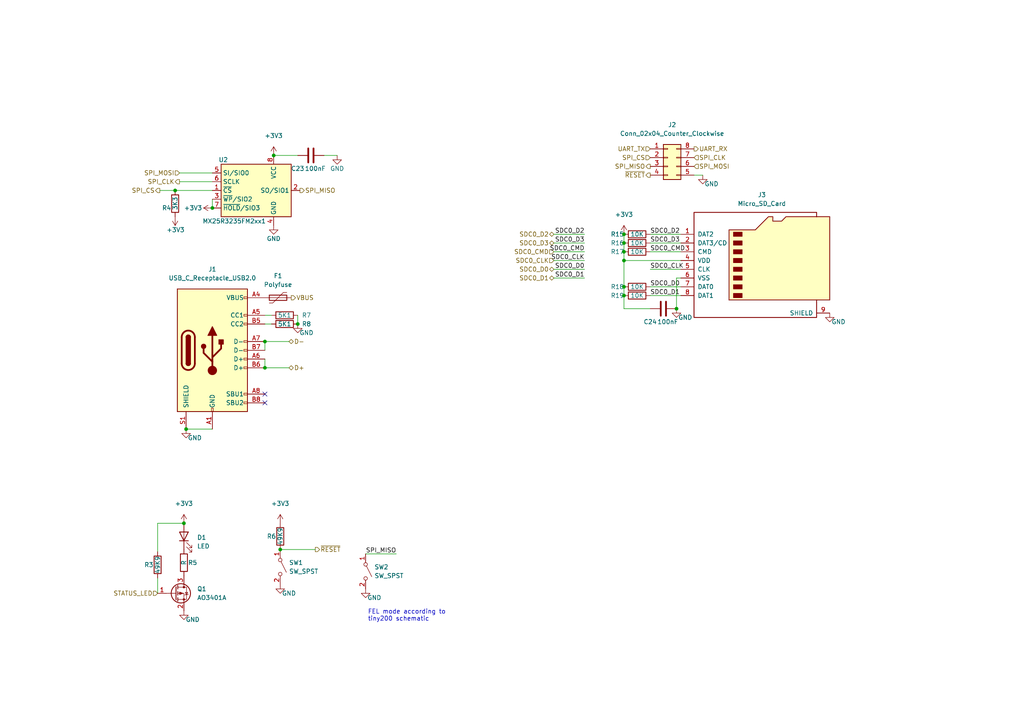
<source format=kicad_sch>
(kicad_sch (version 20211123) (generator eeschema)
  (paper "A4")
  (lib_symbols
    (symbol "Connector:Micro_SD_Card" (pin_names (offset 1.016))
      (property "Reference" "J" (at -16.51 15.24 0))
      (property "Value" "Micro_SD_Card" (at 16.51 15.24 0))
      (symbol "Micro_SD_Card_0_1"
        (rectangle (start -7.62 -9.525) (end -5.08 -10.795) (fill (type outline)))
        (rectangle (start -7.62 -6.985) (end -5.08 -8.255) (fill (type outline)))
        (rectangle (start -7.62 -4.445) (end -5.08 -5.715) (fill (type outline)))
        (rectangle (start -7.62 -1.905) (end -5.08 -3.175) (fill (type outline)))
        (rectangle (start -7.62 0.635) (end -5.08 -0.635) (fill (type outline)))
        (rectangle (start -7.62 3.175) (end -5.08 1.905) (fill (type outline)))
        (rectangle (start -7.62 5.715) (end -5.08 4.445) (fill (type outline)))
        (rectangle (start -7.62 8.255) (end -5.08 6.985) (fill (type outline)))
        (polyline (pts (xy 16.51 12.7) (xy 16.51 13.97) (xy -19.05 13.97) (xy -19.05 -16.51) (xy 16.51 -16.51) (xy 16.51 -11.43)) (stroke (width 0.254)))
        (polyline (pts (xy -8.89 -11.43) (xy -8.89 8.89) (xy -1.27 8.89) (xy 2.54 12.7) (xy 3.81 12.7) (xy 3.81 11.43) (xy 6.35 11.43) (xy 7.62 12.7) (xy 20.32 12.7) (xy 20.32 -11.43) (xy -8.89 -11.43)) (stroke (width 0.254)) (fill (type background)))
      )
      (symbol "Micro_SD_Card_1_1"
        (pin bidirectional line (at -22.86 7.62 0) (length 3.81) (name "DAT2") (number "1"))
        (pin bidirectional line (at -22.86 5.08 0) (length 3.81) (name "DAT3/CD") (number "2"))
        (pin input line (at -22.86 2.54 0) (length 3.81) (name "CMD") (number "3"))
        (pin power_in line (at -22.86 0 0) (length 3.81) (name "VDD") (number "4"))
        (pin input line (at -22.86 -2.54 0) (length 3.81) (name "CLK") (number "5"))
        (pin power_in line (at -22.86 -5.08 0) (length 3.81) (name "VSS") (number "6"))
        (pin bidirectional line (at -22.86 -7.62 0) (length 3.81) (name "DAT0") (number "7"))
        (pin bidirectional line (at -22.86 -10.16 0) (length 3.81) (name "DAT1") (number "8"))
        (pin passive line (at 20.32 -15.24 180) (length 3.81) (name "SHIELD") (number "9"))
      )
    )
    (symbol "Connector:USB_C_Receptacle_USB2.0" (pin_names (offset 1.016))
      (property "Reference" "J" (at -10.16 19.05 0))
      (property "Value" "USB_C_Receptacle_USB2.0" (at 19.05 19.05 0))
      (symbol "USB_C_Receptacle_USB2.0_0_0"
        (rectangle (start -0.254 -17.78) (end 0.254 -16.764))
        (rectangle (start 10.16 -14.986) (end 9.144 -15.494))
        (rectangle (start 10.16 -12.446) (end 9.144 -12.954))
        (rectangle (start 10.16 -4.826) (end 9.144 -5.334))
        (rectangle (start 10.16 -2.286) (end 9.144 -2.794))
        (rectangle (start 10.16 0.254) (end 9.144 -0.254))
        (rectangle (start 10.16 2.794) (end 9.144 2.286))
        (rectangle (start 10.16 7.874) (end 9.144 7.366))
        (rectangle (start 10.16 10.414) (end 9.144 9.906))
        (rectangle (start 10.16 15.494) (end 9.144 14.986))
      )
      (symbol "USB_C_Receptacle_USB2.0_0_1"
        (rectangle (start -10.16 17.78) (end 10.16 -17.78) (stroke (width 0.254)) (fill (type background)))
        (arc (start -8.89 -3.81) (mid -6.985 -5.715) (end -5.08 -3.81) (stroke (width 0.508)))
        (arc (start -7.62 -3.81) (mid -6.985 -4.445) (end -6.35 -3.81) (stroke (width 0.254)))
        (arc (start -7.62 -3.81) (mid -6.985 -4.445) (end -6.35 -3.81) (stroke (width 0.254)) (fill (type outline)))
        (rectangle (start -7.62 -3.81) (end -6.35 3.81) (stroke (width 0.254)) (fill (type outline)))
        (arc (start -6.35 3.81) (mid -6.985 4.445) (end -7.62 3.81) (stroke (width 0.254)))
        (arc (start -6.35 3.81) (mid -6.985 4.445) (end -7.62 3.81) (stroke (width 0.254)) (fill (type outline)))
        (arc (start -5.08 3.81) (mid -6.985 5.715) (end -8.89 3.81) (stroke (width 0.508)))
        (circle (center -2.54 1.143) (radius 0.635) (stroke (width 0.254)) (fill (type outline)))
        (circle (center 0 -5.842) (radius 1.27) (fill (type outline)))
        (polyline (pts (xy -8.89 -3.81) (xy -8.89 3.81)) (stroke (width 0.508)))
        (polyline (pts (xy -5.08 3.81) (xy -5.08 -3.81)) (stroke (width 0.508)))
        (polyline (pts (xy 0 -5.842) (xy 0 4.318)) (stroke (width 0.508)))
        (polyline (pts (xy 0 -3.302) (xy -2.54 -0.762) (xy -2.54 0.508)) (stroke (width 0.508)))
        (polyline (pts (xy 0 -2.032) (xy 2.54 0.508) (xy 2.54 1.778)) (stroke (width 0.508)))
        (polyline (pts (xy -1.27 4.318) (xy 0 6.858) (xy 1.27 4.318) (xy -1.27 4.318)) (stroke (width 0.254)) (fill (type outline)))
        (rectangle (start 1.905 1.778) (end 3.175 3.048) (stroke (width 0.254)) (fill (type outline)))
      )
      (symbol "USB_C_Receptacle_USB2.0_1_1"
        (pin passive line (at 0 -22.86 90) (length 5.08) (name "GND") (number "A1"))
        (pin passive line (at 0 -22.86 90) (length 5.08) hide (name "GND") (number "A12"))
        (pin passive line (at 15.24 15.24 180) (length 5.08) (name "VBUS") (number "A4"))
        (pin bidirectional line (at 15.24 10.16 180) (length 5.08) (name "CC1") (number "A5"))
        (pin bidirectional line (at 15.24 -2.54 180) (length 5.08) (name "D+") (number "A6"))
        (pin bidirectional line (at 15.24 2.54 180) (length 5.08) (name "D-") (number "A7"))
        (pin bidirectional line (at 15.24 -12.7 180) (length 5.08) (name "SBU1") (number "A8"))
        (pin passive line (at 15.24 15.24 180) (length 5.08) hide (name "VBUS") (number "A9"))
        (pin passive line (at 0 -22.86 90) (length 5.08) hide (name "GND") (number "B1"))
        (pin passive line (at 0 -22.86 90) (length 5.08) hide (name "GND") (number "B12"))
        (pin passive line (at 15.24 15.24 180) (length 5.08) hide (name "VBUS") (number "B4"))
        (pin bidirectional line (at 15.24 7.62 180) (length 5.08) (name "CC2") (number "B5"))
        (pin bidirectional line (at 15.24 -5.08 180) (length 5.08) (name "D+") (number "B6"))
        (pin bidirectional line (at 15.24 0 180) (length 5.08) (name "D-") (number "B7"))
        (pin bidirectional line (at 15.24 -15.24 180) (length 5.08) (name "SBU2") (number "B8"))
        (pin passive line (at 15.24 15.24 180) (length 5.08) hide (name "VBUS") (number "B9"))
        (pin passive line (at -7.62 -22.86 90) (length 5.08) (name "SHIELD") (number "S1"))
      )
    )
    (symbol "Connector_Generic:Conn_02x04_Counter_Clockwise" (pin_names (offset 1.016) hide)
      (property "Reference" "J" (at 1.27 5.08 0))
      (property "Value" "Conn_02x04_Counter_Clockwise" (at 1.27 -7.62 0))
      (symbol "Conn_02x04_Counter_Clockwise_1_1"
        (rectangle (start -1.27 -4.953) (end 0 -5.207) (stroke (width 0.1524)))
        (rectangle (start -1.27 -2.413) (end 0 -2.667) (stroke (width 0.1524)))
        (rectangle (start -1.27 0.127) (end 0 -0.127) (stroke (width 0.1524)))
        (rectangle (start -1.27 2.667) (end 0 2.413) (stroke (width 0.1524)))
        (rectangle (start -1.27 3.81) (end 3.81 -6.35) (stroke (width 0.254)) (fill (type background)))
        (rectangle (start 3.81 -4.953) (end 2.54 -5.207) (stroke (width 0.1524)))
        (rectangle (start 3.81 -2.413) (end 2.54 -2.667) (stroke (width 0.1524)))
        (rectangle (start 3.81 0.127) (end 2.54 -0.127) (stroke (width 0.1524)))
        (rectangle (start 3.81 2.667) (end 2.54 2.413) (stroke (width 0.1524)))
        (pin passive line (at -5.08 2.54 0) (length 3.81) (name "Pin_1") (number "1"))
        (pin passive line (at -5.08 0 0) (length 3.81) (name "Pin_2") (number "2"))
        (pin passive line (at -5.08 -2.54 0) (length 3.81) (name "Pin_3") (number "3"))
        (pin passive line (at -5.08 -5.08 0) (length 3.81) (name "Pin_4") (number "4"))
        (pin passive line (at 7.62 -5.08 180) (length 3.81) (name "Pin_5") (number "5"))
        (pin passive line (at 7.62 -2.54 180) (length 3.81) (name "Pin_6") (number "6"))
        (pin passive line (at 7.62 0 180) (length 3.81) (name "Pin_7") (number "7"))
        (pin passive line (at 7.62 2.54 180) (length 3.81) (name "Pin_8") (number "8"))
      )
    )
    (symbol "Device:C" (pin_numbers hide) (pin_names (offset 0.254))
      (property "Reference" "C" (at 0.635 2.54 0))
      (property "Value" "C" (at 0.635 -2.54 0))
      (symbol "C_0_1"
        (polyline (pts (xy -2.032 -0.762) (xy 2.032 -0.762)) (stroke (width 0.508)))
        (polyline (pts (xy -2.032 0.762) (xy 2.032 0.762)) (stroke (width 0.508)))
      )
      (symbol "C_1_1"
        (pin passive line (at 0 3.81 270) (length 2.794) (name "~") (number "1"))
        (pin passive line (at 0 -3.81 90) (length 2.794) (name "~") (number "2"))
      )
    )
    (symbol "Device:LED" (pin_numbers hide) (pin_names (offset 1.016) hide)
      (property "Reference" "D" (at 0 2.54 0))
      (property "Value" "LED" (at 0 -2.54 0))
      (symbol "LED_0_1"
        (polyline (pts (xy -1.27 -1.27) (xy -1.27 1.27)) (stroke (width 0.254)))
        (polyline (pts (xy -1.27 0) (xy 1.27 0)))
        (polyline (pts (xy 1.27 -1.27) (xy 1.27 1.27) (xy -1.27 0) (xy 1.27 -1.27)) (stroke (width 0.254)))
        (polyline (pts (xy -3.048 -0.762) (xy -4.572 -2.286) (xy -3.81 -2.286) (xy -4.572 -2.286) (xy -4.572 -1.524)))
        (polyline (pts (xy -1.778 -0.762) (xy -3.302 -2.286) (xy -2.54 -2.286) (xy -3.302 -2.286) (xy -3.302 -1.524)))
      )
      (symbol "LED_1_1"
        (pin passive line (at -3.81 0 0) (length 2.54) (name "K") (number "1"))
        (pin passive line (at 3.81 0 180) (length 2.54) (name "A") (number "2"))
      )
    )
    (symbol "Device:Polyfuse" (pin_numbers hide) (pin_names (offset 0))
      (property "Reference" "F" (at -2.54 0 90))
      (property "Value" "Polyfuse" (at 2.54 0 90))
      (symbol "Polyfuse_0_1"
        (rectangle (start -0.762 2.54) (end 0.762 -2.54) (stroke (width 0.254)))
        (polyline (pts (xy 0 2.54) (xy 0 -2.54)))
        (polyline (pts (xy -1.524 2.54) (xy -1.524 1.524) (xy 1.524 -1.524) (xy 1.524 -2.54)))
      )
      (symbol "Polyfuse_1_1"
        (pin passive line (at 0 3.81 270) (length 1.27) (name "~") (number "1"))
        (pin passive line (at 0 -3.81 90) (length 1.27) (name "~") (number "2"))
      )
    )
    (symbol "Device:R" (pin_numbers hide) (pin_names (offset 0))
      (property "Reference" "R" (at 2.032 0 90))
      (property "Value" "R" (at 0 0 90))
      (symbol "R_0_1"
        (rectangle (start -1.016 -2.54) (end 1.016 2.54) (stroke (width 0.254)))
      )
      (symbol "R_1_1"
        (pin passive line (at 0 3.81 270) (length 1.27) (name "~") (number "1"))
        (pin passive line (at 0 -3.81 90) (length 1.27) (name "~") (number "2"))
      )
    )
    (symbol "Memory_Flash:MX25R3235FM2xx1"
      (property "Reference" "U" (at -8.89 8.89 0))
      (property "Value" "MX25R3235FM2xx1" (at 15.24 8.89 0))
      (symbol "MX25R3235FM2xx1_1_1"
        (rectangle (start -10.16 7.62) (end 10.16 -7.62) (stroke (width 0.254)) (fill (type background)))
        (pin input line (at -12.7 0 0) (length 2.54) (name "~{CS}") (number "1"))
        (pin bidirectional line (at 12.7 0 180) (length 2.54) (name "SO/SIO1") (number "2"))
        (pin bidirectional line (at -12.7 -2.54 0) (length 2.54) (name "~{WP}/SIO2") (number "3"))
        (pin power_in line (at 5.08 -10.16 90) (length 2.54) (name "GND") (number "4"))
        (pin bidirectional line (at -12.7 5.08 0) (length 2.54) (name "SI/SIO0") (number "5"))
        (pin input line (at -12.7 2.54 0) (length 2.54) (name "SCLK") (number "6"))
        (pin bidirectional line (at -12.7 -5.08 0) (length 2.54) (name "~{HOLD}/SIO3") (number "7"))
        (pin power_in line (at 5.08 10.16 270) (length 2.54) (name "VCC") (number "8"))
      )
    )
    (symbol "Switch:SW_SPST" (pin_names (offset 0) hide)
      (property "Reference" "SW" (at 0 3.175 0))
      (property "Value" "SW_SPST" (at 0 -2.54 0))
      (symbol "SW_SPST_0_0"
        (circle (center -2.032 0) (radius 0.508))
        (polyline (pts (xy -1.524 0.254) (xy 1.524 1.778)))
        (circle (center 2.032 0) (radius 0.508))
      )
      (symbol "SW_SPST_1_1"
        (pin passive line (at -5.08 0 0) (length 2.54) (name "A") (number "1"))
        (pin passive line (at 5.08 0 180) (length 2.54) (name "B") (number "2"))
      )
    )
    (symbol "Transistor_FET:AO3401A" (pin_names hide)
      (property "Reference" "Q" (at 5.08 1.905 0))
      (property "Value" "AO3401A" (at 5.08 0 0))
      (symbol "AO3401A_0_1"
        (polyline (pts (xy 0.254 0) (xy -2.54 0)))
        (polyline (pts (xy 0.254 1.905) (xy 0.254 -1.905)) (stroke (width 0.254)))
        (polyline (pts (xy 0.762 -1.27) (xy 0.762 -2.286)) (stroke (width 0.254)))
        (polyline (pts (xy 0.762 0.508) (xy 0.762 -0.508)) (stroke (width 0.254)))
        (polyline (pts (xy 0.762 2.286) (xy 0.762 1.27)) (stroke (width 0.254)))
        (polyline (pts (xy 2.54 2.54) (xy 2.54 1.778)))
        (polyline (pts (xy 2.54 -2.54) (xy 2.54 0) (xy 0.762 0)))
        (polyline (pts (xy 0.762 1.778) (xy 3.302 1.778) (xy 3.302 -1.778) (xy 0.762 -1.778)))
        (polyline (pts (xy 2.286 0) (xy 1.27 0.381) (xy 1.27 -0.381) (xy 2.286 0)) (fill (type outline)))
        (polyline (pts (xy 2.794 -0.508) (xy 2.921 -0.381) (xy 3.683 -0.381) (xy 3.81 -0.254)))
        (polyline (pts (xy 3.302 -0.381) (xy 2.921 0.254) (xy 3.683 0.254) (xy 3.302 -0.381)))
        (circle (center 1.651 0) (radius 2.794) (stroke (width 0.254)))
        (circle (center 2.54 -1.778) (radius 0.254) (fill (type outline)))
        (circle (center 2.54 1.778) (radius 0.254) (fill (type outline)))
      )
      (symbol "AO3401A_1_1"
        (pin input line (at -5.08 0 0) (length 2.54) (name "G") (number "1"))
        (pin passive line (at 2.54 -5.08 90) (length 2.54) (name "S") (number "2"))
        (pin passive line (at 2.54 5.08 270) (length 2.54) (name "D") (number "3"))
      )
    )
    (symbol "power:+3V3" (power) (pin_names (offset 0))
      (property "Value" "+3V3" (at 0 3.556 0))
      (symbol "+3V3_0_1"
        (polyline (pts (xy -0.762 1.27) (xy 0 2.54)))
        (polyline (pts (xy 0 0) (xy 0 2.54)))
        (polyline (pts (xy 0 2.54) (xy 0.762 1.27)))
      )
      (symbol "+3V3_1_1"
        (pin power_in line (at 0 0 90) (length 0) hide (name "+3V3") (number "1"))
      )
    )
    (symbol "power:GND" (power) (pin_names (offset 0))
      (property "Value" "GND" (at 0 -3.81 0))
      (symbol "GND_0_1"
        (polyline (pts (xy 0 0) (xy 0 -1.27) (xy 1.27 -1.27) (xy 0 -2.54) (xy -1.27 -1.27) (xy 0 -1.27)))
      )
      (symbol "GND_1_1"
        (pin power_in line (at 0 0 270) (length 0) hide (name "GND") (number "1"))
      )
    )
  )
  (junction (at 180.975 83.185))
  (junction (at 180.975 70.485))
  (junction (at 81.28 159.385))
  (junction (at 180.975 67.945))
  (junction (at 79.375 45.085))
  (junction (at 61.595 60.325))
  (junction (at 180.975 85.725))
  (junction (at 53.975 124.46))
  (junction (at 50.8 55.245))
  (junction (at 180.975 75.565))
  (junction (at 53.34 151.765))
  (junction (at 76.835 106.68))
  (junction (at 196.215 89.535))
  (junction (at 76.835 99.06))
  (junction (at 180.975 73.025))
  (junction (at 86.36 93.98))
  (no_connect (at 76.835 114.3))
  (no_connect (at 76.835 116.84))
  (wire (pts (xy 169.545 80.645) (xy 160.655 80.645)))
  (wire (pts (xy 76.835 93.98) (xy 78.74 93.98)))
  (wire (pts (xy 76.835 104.14) (xy 76.835 106.68)))
  (wire (pts (xy 46.355 55.245) (xy 50.8 55.245)))
  (wire (pts (xy 86.36 91.44) (xy 86.36 93.98)))
  (wire (pts (xy 76.835 91.44) (xy 78.74 91.44)))
  (wire (pts (xy 53.975 124.46) (xy 61.595 124.46)))
  (wire (pts (xy 188.595 78.105) (xy 197.485 78.105)))
  (wire (pts (xy 61.595 57.785) (xy 61.595 60.325)))
  (wire (pts (xy 188.595 89.535) (xy 180.975 89.535)))
  (wire (pts (xy 180.975 73.025) (xy 180.975 75.565)))
  (wire (pts (xy 180.975 89.535) (xy 180.975 85.725)))
  (wire (pts (xy 169.545 75.565) (xy 160.655 75.565)))
  (wire (pts (xy 50.8 55.245) (xy 61.595 55.245)))
  (wire (pts (xy 93.98 45.085) (xy 97.79 45.085)))
  (wire (pts (xy 53.34 151.765) (xy 45.72 151.765)))
  (wire (pts (xy 180.975 83.185) (xy 180.975 85.725)))
  (wire (pts (xy 188.595 67.945) (xy 197.485 67.945)))
  (wire (pts (xy 201.295 50.8) (xy 203.835 50.8)))
  (wire (pts (xy 76.835 106.68) (xy 83.82 106.68)))
  (wire (pts (xy 188.595 70.485) (xy 197.485 70.485)))
  (wire (pts (xy 169.545 73.025) (xy 160.655 73.025)))
  (wire (pts (xy 180.975 70.485) (xy 180.975 73.025)))
  (wire (pts (xy 180.975 75.565) (xy 180.975 83.185)))
  (wire (pts (xy 45.72 151.765) (xy 45.72 160.02)))
  (wire (pts (xy 76.835 99.06) (xy 83.82 99.06)))
  (wire (pts (xy 188.595 83.185) (xy 197.485 83.185)))
  (wire (pts (xy 76.835 99.06) (xy 76.835 101.6)))
  (wire (pts (xy 188.595 73.025) (xy 197.485 73.025)))
  (wire (pts (xy 45.72 167.64) (xy 45.72 172.085)))
  (wire (pts (xy 169.545 67.945) (xy 160.655 67.945)))
  (wire (pts (xy 196.215 80.645) (xy 196.215 89.535)))
  (wire (pts (xy 52.07 50.165) (xy 61.595 50.165)))
  (wire (pts (xy 180.975 75.565) (xy 197.485 75.565)))
  (wire (pts (xy 52.07 52.705) (xy 61.595 52.705)))
  (wire (pts (xy 180.975 67.945) (xy 180.975 70.485)))
  (wire (pts (xy 169.545 70.485) (xy 160.655 70.485)))
  (wire (pts (xy 81.28 159.385) (xy 91.44 159.385)))
  (wire (pts (xy 79.375 45.085) (xy 86.36 45.085)))
  (wire (pts (xy 106.045 160.655) (xy 114.935 160.655)))
  (wire (pts (xy 188.595 85.725) (xy 197.485 85.725)))
  (wire (pts (xy 197.485 80.645) (xy 196.215 80.645)))
  (wire (pts (xy 169.545 78.105) (xy 160.655 78.105)))
  (text "FEL mode according to \ntiny200 schematic" (at 106.68 180.34 0) (effects (font (size 1.27 1.27)) (justify left bottom)))
  (label "SDC0_D1" (at 169.545 80.645 180))
  (label "SDC0_D0" (at 188.595 83.185 0))
  (label "SDC0_CLK" (at 169.545 75.565 180))
  (label "SDC0_D3" (at 169.545 70.485 180))
  (label "SDC0_CLK" (at 188.595 78.105 0))
  (label "SDC0_D2" (at 188.595 67.945 0))
  (label "SDC0_D2" (at 169.545 67.945 180))
  (label "SDC0_D0" (at 169.545 78.105 180))
  (label "SPI_MISO" (at 114.935 160.655 180))
  (label "SDC0_CMD" (at 188.595 73.025 0))
  (label "SDC0_CMD" (at 169.545 73.025 180))
  (label "SDC0_D1" (at 188.595 85.725 0))
  (label "SDC0_D3" (at 188.595 70.485 0))
  (hierarchical_label "SPI_CS" (shape input) (at 188.595 45.72 180))
  (hierarchical_label "SPI_CLK" (shape output) (at 52.07 52.705 180))
  (hierarchical_label "D-" (shape bidirectional) (at 83.82 99.06 0))
  (hierarchical_label "VBUS" (shape output) (at 84.455 86.36 0))
  (hierarchical_label "SPI_MISO" (shape output) (at 86.995 55.245 0))
  (hierarchical_label "SDC0_D1" (shape bidirectional) (at 160.655 80.645 180))
  (hierarchical_label "SPI_MISO" (shape output) (at 188.595 48.26 180))
  (hierarchical_label "STATUS_LED" (shape input) (at 45.72 172.085 180))
  (hierarchical_label "SDC0_CMD" (shape input) (at 160.655 73.025 180))
  (hierarchical_label "~{RESET}" (shape output) (at 91.44 159.385 0))
  (hierarchical_label "UART_RX" (shape output) (at 201.295 43.18 0))
  (hierarchical_label "SDC0_D2" (shape bidirectional) (at 160.655 67.945 180))
  (hierarchical_label "SPI_CLK" (shape input) (at 201.295 45.72 0))
  (hierarchical_label "SDC0_D3" (shape bidirectional) (at 160.655 70.485 180))
  (hierarchical_label "SDC0_CLK" (shape input) (at 160.655 75.565 180))
  (hierarchical_label "SPI_CS" (shape output) (at 46.355 55.245 180))
  (hierarchical_label "SDC0_D0" (shape bidirectional) (at 160.655 78.105 180))
  (hierarchical_label "SPI_MOSI" (shape input) (at 52.07 50.165 180))
  (hierarchical_label "UART_TX" (shape input) (at 188.595 43.18 180))
  (hierarchical_label "SPI_MOSI" (shape input) (at 201.295 48.26 0))
  (hierarchical_label "~{RESET}" (shape output) (at 188.595 50.8 180))
  (hierarchical_label "D+" (shape bidirectional) (at 83.82 106.68 0))
  (symbol (lib_id "Device:R") (at 82.55 91.44 90) (unit 1)
    (property "Reference" "R7" (at 88.9 91.44 90))
    (property "Value" "5K1" (at 82.55 91.44 90))
    (property "Footprint" "Resistor_SMD:R_0603_1608Metric" (effects hide))
  )
  (symbol (lib_id "Device:R") (at 184.785 73.025 90) (unit 1)
    (property "Reference" "R17" (at 179.07 73.025 90))
    (property "Value" "10K" (at 184.785 73.025 90))
    (property "Footprint" "Resistor_SMD:R_0603_1608Metric" (effects hide))
  )
  (symbol (lib_id "Device:Polyfuse") (at 80.645 86.36 90) (unit 1)
    (property "Reference" "F1" (at 80.645 80.01 90))
    (property "Value" "Polyfuse" (at 80.645 82.55 90))
    (property "Footprint" "Resistor_SMD:R_0603_1608Metric" (effects hide))
  )
  (symbol (lib_id "Device:R") (at 184.785 83.185 90) (unit 1)
    (property "Reference" "R18" (at 179.07 83.185 90))
    (property "Value" "10K" (at 184.785 83.185 90))
    (property "Footprint" "Resistor_SMD:R_0603_1608Metric" (effects hide))
  )
  (symbol (lib_id "power:+3V3") (at 61.595 60.325 90) (unit 1)
    (property "Reference" "#PWR0114" (effects hide))
    (property "Value" "+3V3" (at 53.34 60.325 90) (effects (justify right)))
  )
  (symbol (lib_id "Device:R") (at 50.8 59.055 0) (unit 1)
    (property "Reference" "R4" (at 46.99 60.325 0) (effects (justify left)))
    (property "Value" "3K3" (at 50.8 60.96 90) (effects (justify left)))
    (property "Footprint" "Resistor_SMD:R_0603_1608Metric" (effects hide))
  )
  (symbol (lib_id "Device:R") (at 184.785 70.485 90) (unit 1)
    (property "Reference" "R16" (at 179.07 70.485 90))
    (property "Value" "10K" (at 184.785 70.485 90))
    (property "Footprint" "Resistor_SMD:R_0603_1608Metric" (effects hide))
  )
  (symbol (lib_id "Device:R") (at 184.785 67.945 90) (unit 1)
    (property "Reference" "R15" (at 179.07 67.945 90))
    (property "Value" "10K" (at 184.785 67.945 90))
    (property "Footprint" "Resistor_SMD:R_0603_1608Metric" (effects hide))
  )
  (symbol (lib_id "Device:R") (at 82.55 93.98 90) (unit 1)
    (property "Reference" "R8" (at 88.9 93.98 90))
    (property "Value" "5K1" (at 82.55 93.98 90))
    (property "Footprint" "Resistor_SMD:R_0603_1608Metric" (effects hide))
  )
  (symbol (lib_id "Device:R") (at 53.34 163.195 180) (unit 1)
    (property "Reference" "R5" (at 55.88 163.195 0))
    (property "Value" "R" (at 53.34 163.195 90))
    (property "Footprint" "Resistor_SMD:R_0603_1608Metric" (effects hide))
  )
  (symbol (lib_id "power:+3V3") (at 81.28 151.765 0) (unit 1)
    (property "Reference" "#PWR0116" (effects hide))
    (property "Value" "+3V3" (at 81.28 146.05 0))
  )
  (symbol (lib_id "power:GND") (at 203.835 50.8 0) (unit 1)
    (property "Reference" "#PWR0115" (effects hide))
    (property "Value" "GND" (at 206.375 53.34 0))
  )
  (symbol (lib_id "power:GND") (at 79.375 65.405 0) (unit 1)
    (property "Reference" "#PWR0111" (effects hide))
    (property "Value" "GND" (at 79.375 69.215 0))
  )
  (symbol (lib_id "power:+3V3") (at 53.34 151.765 0) (unit 1)
    (property "Reference" "#PWR0120" (effects hide))
    (property "Value" "+3V3" (at 53.34 146.05 0))
  )
  (symbol (lib_id "Transistor_FET:AO3401A") (at 50.8 172.085 0) (unit 1)
    (property "Reference" "Q1" (at 57.15 170.8149 0) (effects (justify left)))
    (property "Value" "AO3401A" (at 57.15 173.3549 0) (effects (justify left)))
    (property "Footprint" "Package_TO_SOT_SMD:SOT-23" (effects hide))
    (property "Datasheet" "http://www.aosmd.com/pdfs/datasheet/AO3401A.pdf" (effects hide))
  )
  (symbol (lib_id "Switch:SW_SPST") (at 81.28 164.465 270) (unit 1)
    (property "Reference" "SW1" (at 83.82 163.1949 90) (effects (justify left)))
    (property "Value" "SW_SPST" (at 83.82 165.7349 90) (effects (justify left)))
    (property "Footprint" "ELRS_lib:SW_3x4x2" (effects hide))
  )
  (symbol (lib_id "power:+3V3") (at 180.975 67.945 0) (unit 1)
    (property "Reference" "#PWR0142" (effects hide))
    (property "Value" "+3V3" (at 180.975 62.23 0))
  )
  (symbol (lib_id "power:GND") (at 97.79 45.085 0) (unit 1)
    (property "Reference" "#PWR0140" (effects hide))
    (property "Value" "GND" (at 97.79 48.895 0))
  )
  (symbol (lib_id "power:GND") (at 240.665 90.805 0) (unit 1)
    (property "Reference" "#PWR0143" (effects hide))
    (property "Value" "GND" (at 243.205 93.345 0))
  )
  (symbol (lib_id "Device:C") (at 90.17 45.085 90) (unit 1)
    (property "Reference" "C23" (at 86.36 48.895 90))
    (property "Value" "100nF" (at 91.44 48.895 90))
    (property "Footprint" "Capacitor_SMD:C_0603_1608Metric" (effects hide))
  )
  (symbol (lib_id "power:GND") (at 53.34 177.165 0) (unit 1)
    (property "Reference" "#PWR0118" (effects hide))
    (property "Value" "GND" (at 55.88 179.705 0))
  )
  (symbol (lib_id "Device:R") (at 81.28 155.575 180) (unit 1)
    (property "Reference" "R6" (at 78.74 155.575 0))
    (property "Value" "49K9" (at 81.28 155.575 90))
    (property "Footprint" "Resistor_SMD:R_0603_1608Metric" (effects hide))
  )
  (symbol (lib_id "power:GND") (at 53.975 124.46 0) (unit 1)
    (property "Reference" "#PWR0119" (effects hide))
    (property "Value" "GND" (at 56.515 127 0))
  )
  (symbol (lib_id "Device:LED") (at 53.34 155.575 90) (unit 1)
    (property "Reference" "D1" (at 57.15 155.8924 90) (effects (justify right)))
    (property "Value" "LED" (at 57.15 158.4324 90) (effects (justify right)))
    (property "Footprint" "LED_SMD:LED_0603_1608Metric" (effects hide))
  )
  (symbol (lib_id "Device:C") (at 192.405 89.535 90) (unit 1)
    (property "Reference" "C24" (at 188.595 93.345 90))
    (property "Value" "100nF" (at 193.675 93.345 90))
    (property "Footprint" "Capacitor_SMD:C_0603_1608Metric" (effects hide))
  )
  (symbol (lib_id "power:+3V3") (at 79.375 45.085 0) (unit 1)
    (property "Reference" "#PWR0112" (effects hide))
    (property "Value" "+3V3" (at 79.375 39.37 0))
  )
  (symbol (lib_id "Connector:USB_C_Receptacle_USB2.0") (at 61.595 101.6 0) (unit 1)
    (property "Reference" "J1" (at 61.595 78.105 0))
    (property "Value" "USB_C_Receptacle_USB2.0" (at 61.595 80.645 0))
    (property "Footprint" "Connector_USB:USB_C_Receptacle_XKB_U262-16XN-4BVC11" (effects hide))
    (property "Datasheet" "https://www.usb.org/sites/default/files/documents/usb_type-c.zip" (effects hide))
  )
  (symbol (lib_id "Connector_Generic:Conn_02x04_Counter_Clockwise") (at 193.675 45.72 0) (unit 1)
    (property "Reference" "J2" (at 194.945 36.195 0))
    (property "Value" "Conn_02x04_Counter_Clockwise" (at 194.945 38.735 0))
    (property "Footprint" "SMM:SOIC_clipProgSmall" (effects hide))
  )
  (symbol (lib_id "Switch:SW_SPST") (at 106.045 165.735 270) (unit 1)
    (property "Reference" "SW2" (at 108.585 164.4649 90) (effects (justify left)))
    (property "Value" "SW_SPST" (at 108.585 167.0049 90) (effects (justify left)))
    (property "Footprint" "ELRS_lib:SW_3x4x2" (effects hide))
  )
  (symbol (lib_id "Device:R") (at 184.785 85.725 90) (unit 1)
    (property "Reference" "R19" (at 179.07 85.725 90))
    (property "Value" "10K" (at 184.785 85.725 90))
    (property "Footprint" "Resistor_SMD:R_0603_1608Metric" (effects hide))
  )
  (symbol (lib_id "power:GND") (at 196.215 89.535 0) (unit 1)
    (property "Reference" "#PWR0141" (effects hide))
    (property "Value" "GND" (at 198.755 92.075 0))
  )
  (symbol (lib_id "Device:R") (at 45.72 163.83 180) (unit 1)
    (property "Reference" "R3" (at 43.18 163.83 0))
    (property "Value" "49K9" (at 45.72 163.83 90))
    (property "Footprint" "Resistor_SMD:R_0603_1608Metric" (effects hide))
  )
  (symbol (lib_id "power:GND") (at 86.36 93.98 0) (unit 1)
    (property "Reference" "#PWR0121" (effects hide))
    (property "Value" "GND" (at 88.9 96.52 0))
  )
  (symbol (lib_id "power:+3V3") (at 50.8 62.865 180) (unit 1)
    (property "Reference" "#PWR0113" (effects hide))
    (property "Value" "+3V3" (at 48.26 66.675 0) (effects (justify right)))
  )
  (symbol (lib_id "Memory_Flash:MX25R3235FM2xx1") (at 74.295 55.245 0) (unit 1)
    (property "Reference" "U2" (at 64.77 46.355 0))
    (property "Value" "MX25R3235FM2xx1" (at 67.945 64.135 0))
    (property "Footprint" "Package_SO:SOP-8_5.28x5.23mm_P1.27mm" (effects hide))
    (property "Datasheet" "http://www.macronix.com/Lists/Datasheet/Attachments/7534/MX25R3235F,%20Wide%20Range,%2032Mb,%20v1.6.pdf" (effects hide))
  )
  (symbol (lib_id "power:GND") (at 81.28 169.545 0) (unit 1)
    (property "Reference" "#PWR0117" (effects hide))
    (property "Value" "GND" (at 83.82 172.085 0))
  )
  (symbol (lib_id "power:GND") (at 106.045 170.815 0) (unit 1)
    (property "Reference" "#PWR0151" (effects hide))
    (property "Value" "GND" (at 108.585 173.355 0))
  )
  (symbol (lib_id "Connector:Micro_SD_Card") (at 220.345 75.565 0) (unit 1)
    (property "Reference" "J3" (at 220.98 56.515 0))
    (property "Value" "Micro_SD_Card" (at 220.98 59.055 0))
    (property "Footprint" "SMM:TF-CARD_XKTF-0803-0" (effects hide))
    (property "Datasheet" "http://katalog.we-online.de/em/datasheet/693072010801.pdf" (effects hide))
  )
)
</source>
